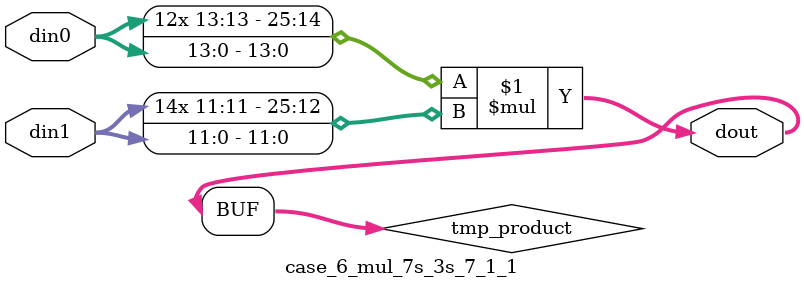
<source format=v>

`timescale 1 ns / 1 ps

 module case_6_mul_7s_3s_7_1_1(din0, din1, dout);
parameter ID = 1;
parameter NUM_STAGE = 0;
parameter din0_WIDTH = 14;
parameter din1_WIDTH = 12;
parameter dout_WIDTH = 26;

input [din0_WIDTH - 1 : 0] din0; 
input [din1_WIDTH - 1 : 0] din1; 
output [dout_WIDTH - 1 : 0] dout;

wire signed [dout_WIDTH - 1 : 0] tmp_product;



























assign tmp_product = $signed(din0) * $signed(din1);








assign dout = tmp_product;





















endmodule

</source>
